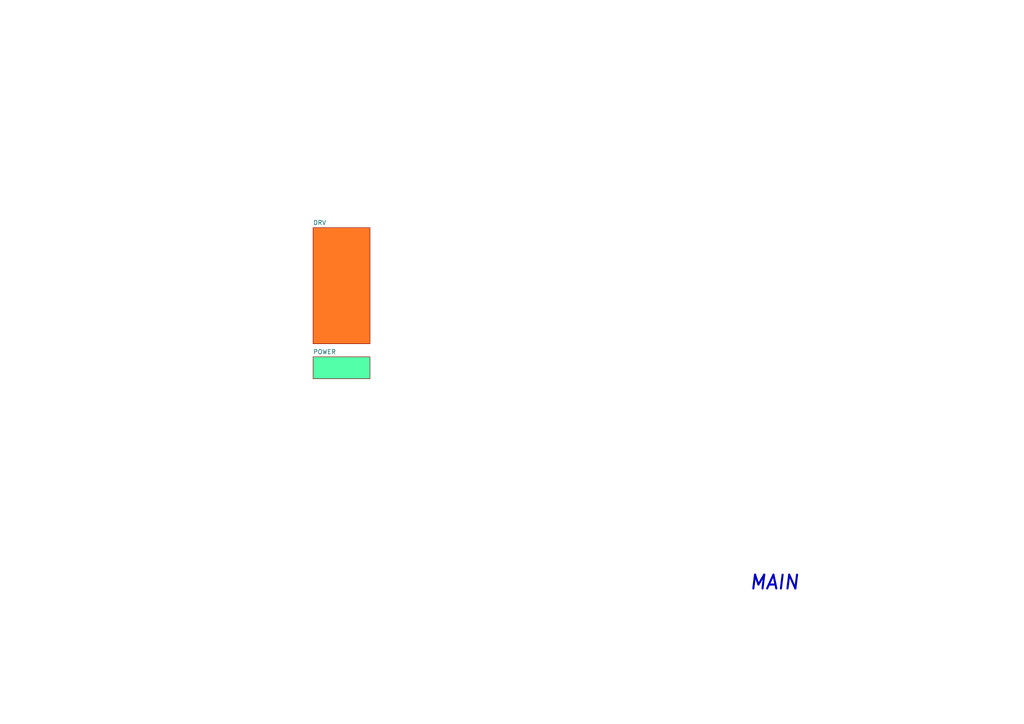
<source format=kicad_sch>
(kicad_sch (version 20230121) (generator eeschema)
  (paper "A4")
  (lib_symbols)
  (text "MAIN" (at 217.17 171.45 0) (effects (font (size 4 4) (thickness 0.6) bold italic) (justify left bottom)))
  (sheet (at 90.805 66.04) (size 16.51 33.655) (stroke (width 0.1524)) (fill (color 255 120 36 1.0000))
    (property "Sheetname" "DRV" (at 90.805 65.3284 0) (effects (justify left bottom)))
    (property "Sheetfile" "DRV.kicad_sch" (effects hide))
  )
  (sheet (at 90.805 103.505) (size 16.51 6.35) (stroke (width 0.1524)) (fill (color 83 255 169 1.0000))
    (property "Sheetname" "POWER" (at 90.805 102.7934 0) (effects (justify left bottom)))
    (property "Sheetfile" "POWER.kicad_sch" (effects hide))
  )
)
</source>
